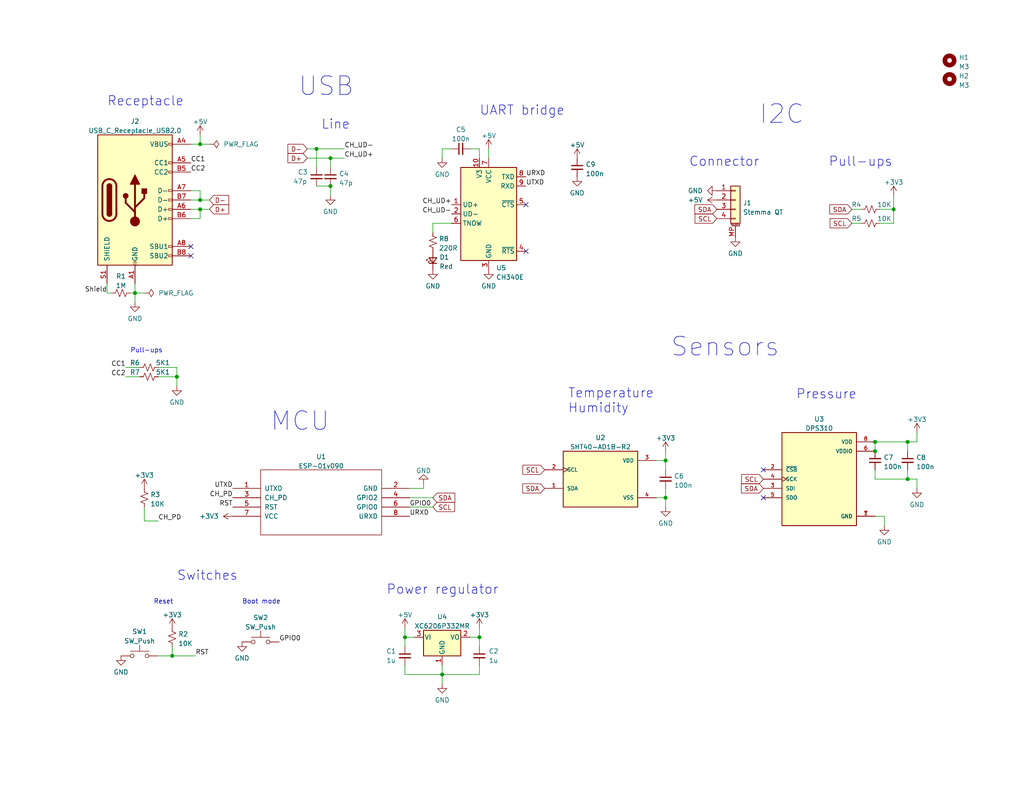
<source format=kicad_sch>
(kicad_sch (version 20211123) (generator eeschema)
  (paper "USLetter")
  (title_block (title "Environmental sensor module") (date "2022-11-16") (rev "1") (company "Anna Kudriavtsev"))
  (lib_symbols
    (symbol "! DPS310:DPS310" (pin_names (offset 1.016))
      (property "Reference" "U" (at -10.16 13.97 0))
      (property "Value" "DPS310" (at -10.16 -13.97 0))
      (symbol "DPS310_0_0"
        (rectangle (start -10.16 -12.7) (end 10.16 12.7) (stroke (width 0.254)) (fill (type background)))
        (pin power_in line (at 15.24 -10.16 180) (length 5.08) (name "GND") (number "1"))
        (pin input line (at -15.24 2.54 0) (length 5.08) (name "~{CSB}") (number "2"))
        (pin bidirectional line (at -15.24 -2.54 0) (length 5.08) (name "SDI") (number "3"))
        (pin input clock (at -15.24 0 0) (length 5.08) (name "SCK") (number "4"))
        (pin output line (at -15.24 -5.08 0) (length 5.08) (name "SDO") (number "5"))
        (pin power_in line (at 15.24 7.62 180) (length 5.08) (name "VDDIO") (number "6"))
        (pin power_in line (at 15.24 -10.16 180) (length 5.08) (name "GND") (number "7"))
        (pin power_in line (at 15.24 10.16 180) (length 5.08) (name "VDD") (number "8"))
      )
    )
    (symbol "! ESP8266:ESP-01v090" (pin_names (offset 1.016))
      (property "Reference" "U" (at 0 -2.54 0))
      (property "Value" "ESP-01v090" (at 0 2.54 0))
      (symbol "ESP-01v090_1_0"
        (rectangle (start -16.51 -8.89) (end 16.51 8.89))
      )
      (symbol "ESP-01v090_1_1"
        (pin output line (at -24.13 3.81 0) (length 7.62) (name "UTXD") (number "1"))
        (pin power_in line (at 24.13 3.81 180) (length 7.62) (name "GND") (number "2"))
        (pin input line (at -24.13 1.27 0) (length 7.62) (name "CH_PD") (number "3"))
        (pin tri_state line (at 24.13 1.27 180) (length 7.62) (name "GPIO2") (number "4"))
        (pin input line (at -24.13 -1.27 0) (length 7.62) (name "RST") (number "5"))
        (pin tri_state line (at 24.13 -1.27 180) (length 7.62) (name "GPIO0") (number "6"))
        (pin power_in line (at -24.13 -3.81 0) (length 7.62) (name "VCC") (number "7"))
        (pin input line (at 24.13 -3.81 180) (length 7.62) (name "URXD") (number "8"))
      )
    )
    (symbol "! SHT40-AD1B-R2:SHT40-AD1B-R2" (pin_names (offset 1.016))
      (property "Reference" "U" (at -10.16 8.89 0))
      (property "Value" "SHT40-AD1B-R2" (at -10.16 -10.16 0))
      (symbol "SHT40-AD1B-R2_0_0"
        (rectangle (start -10.16 -7.62) (end 10.16 7.62) (stroke (width 0.254)) (fill (type background)))
        (pin bidirectional line (at -15.24 -2.54 0) (length 5.08) (name "SDA") (number "1"))
        (pin input clock (at -15.24 2.54 0) (length 5.08) (name "SCL") (number "2"))
        (pin power_in line (at 15.24 5.08 180) (length 5.08) (name "VDD") (number "3"))
        (pin power_in line (at 15.24 -5.08 180) (length 5.08) (name "VSS") (number "4"))
      )
    )
    (symbol "Connector:USB_C_Receptacle_USB2.0" (pin_names (offset 1.016))
      (property "Reference" "J" (at -10.16 19.05 0))
      (property "Value" "USB_C_Receptacle_USB2.0" (at 19.05 19.05 0))
      (symbol "USB_C_Receptacle_USB2.0_0_0"
        (rectangle (start -0.254 -17.78) (end 0.254 -16.764))
        (rectangle (start 10.16 -14.986) (end 9.144 -15.494))
        (rectangle (start 10.16 -12.446) (end 9.144 -12.954))
        (rectangle (start 10.16 -4.826) (end 9.144 -5.334))
        (rectangle (start 10.16 -2.286) (end 9.144 -2.794))
        (rectangle (start 10.16 0.254) (end 9.144 -0.254))
        (rectangle (start 10.16 2.794) (end 9.144 2.286))
        (rectangle (start 10.16 7.874) (end 9.144 7.366))
        (rectangle (start 10.16 10.414) (end 9.144 9.906))
        (rectangle (start 10.16 15.494) (end 9.144 14.986))
      )
      (symbol "USB_C_Receptacle_USB2.0_0_1"
        (rectangle (start -10.16 17.78) (end 10.16 -17.78) (stroke (width 0.254)) (fill (type background)))
        (arc (start -8.89 -3.81) (mid -6.985 -5.715) (end -5.08 -3.81) (stroke (width 0.508)))
        (arc (start -7.62 -3.81) (mid -6.985 -4.445) (end -6.35 -3.81) (stroke (width 0.254)))
        (arc (start -7.62 -3.81) (mid -6.985 -4.445) (end -6.35 -3.81) (stroke (width 0.254)) (fill (type outline)))
        (rectangle (start -7.62 -3.81) (end -6.35 3.81) (stroke (width 0.254)) (fill (type outline)))
        (arc (start -6.35 3.81) (mid -6.985 4.445) (end -7.62 3.81) (stroke (width 0.254)))
        (arc (start -6.35 3.81) (mid -6.985 4.445) (end -7.62 3.81) (stroke (width 0.254)) (fill (type outline)))
        (arc (start -5.08 3.81) (mid -6.985 5.715) (end -8.89 3.81) (stroke (width 0.508)))
        (circle (center -2.54 1.143) (radius 0.635) (stroke (width 0.254)) (fill (type outline)))
        (circle (center 0 -5.842) (radius 1.27) (fill (type outline)))
        (polyline (pts (xy -8.89 -3.81) (xy -8.89 3.81)) (stroke (width 0.508)))
        (polyline (pts (xy -5.08 3.81) (xy -5.08 -3.81)) (stroke (width 0.508)))
        (polyline (pts (xy 0 -5.842) (xy 0 4.318)) (stroke (width 0.508)))
        (polyline (pts (xy 0 -3.302) (xy -2.54 -0.762) (xy -2.54 0.508)) (stroke (width 0.508)))
        (polyline (pts (xy 0 -2.032) (xy 2.54 0.508) (xy 2.54 1.778)) (stroke (width 0.508)))
        (polyline (pts (xy -1.27 4.318) (xy 0 6.858) (xy 1.27 4.318) (xy -1.27 4.318)) (stroke (width 0.254)) (fill (type outline)))
        (rectangle (start 1.905 1.778) (end 3.175 3.048) (stroke (width 0.254)) (fill (type outline)))
      )
      (symbol "USB_C_Receptacle_USB2.0_1_1"
        (pin passive line (at 0 -22.86 90) (length 5.08) (name "GND") (number "A1"))
        (pin passive line (at 0 -22.86 90) (length 5.08) hide (name "GND") (number "A12"))
        (pin passive line (at 15.24 15.24 180) (length 5.08) (name "VBUS") (number "A4"))
        (pin bidirectional line (at 15.24 10.16 180) (length 5.08) (name "CC1") (number "A5"))
        (pin bidirectional line (at 15.24 -2.54 180) (length 5.08) (name "D+") (number "A6"))
        (pin bidirectional line (at 15.24 2.54 180) (length 5.08) (name "D-") (number "A7"))
        (pin bidirectional line (at 15.24 -12.7 180) (length 5.08) (name "SBU1") (number "A8"))
        (pin passive line (at 15.24 15.24 180) (length 5.08) hide (name "VBUS") (number "A9"))
        (pin passive line (at 0 -22.86 90) (length 5.08) hide (name "GND") (number "B1"))
        (pin passive line (at 0 -22.86 90) (length 5.08) hide (name "GND") (number "B12"))
        (pin passive line (at 15.24 15.24 180) (length 5.08) hide (name "VBUS") (number "B4"))
        (pin bidirectional line (at 15.24 7.62 180) (length 5.08) (name "CC2") (number "B5"))
        (pin bidirectional line (at 15.24 -5.08 180) (length 5.08) (name "D+") (number "B6"))
        (pin bidirectional line (at 15.24 0 180) (length 5.08) (name "D-") (number "B7"))
        (pin bidirectional line (at 15.24 -15.24 180) (length 5.08) (name "SBU2") (number "B8"))
        (pin passive line (at 15.24 15.24 180) (length 5.08) hide (name "VBUS") (number "B9"))
        (pin passive line (at -7.62 -22.86 90) (length 5.08) (name "SHIELD") (number "S1"))
      )
    )
    (symbol "Connector_Generic_MountingPin:Conn_01x04_MountingPin" (pin_names (offset 1.016) hide)
      (property "Reference" "J" (at 0 5.08 0))
      (property "Value" "Conn_01x04_MountingPin" (at 1.27 -7.62 0))
      (symbol "Conn_01x04_MountingPin_1_1"
        (rectangle (start -1.27 -4.953) (end 0 -5.207) (stroke (width 0.1524)))
        (rectangle (start -1.27 -2.413) (end 0 -2.667) (stroke (width 0.1524)))
        (rectangle (start -1.27 0.127) (end 0 -0.127) (stroke (width 0.1524)))
        (rectangle (start -1.27 2.667) (end 0 2.413) (stroke (width 0.1524)))
        (rectangle (start -1.27 3.81) (end 1.27 -6.35) (stroke (width 0.254)) (fill (type background)))
        (polyline (pts (xy -1.016 -7.112) (xy 1.016 -7.112)) (stroke (width 0.1524)))
        (text "Mounting" (at 0 -6.731 0) (effects (font (size 0.381 0.381))))
        (pin passive line (at -5.08 2.54 0) (length 3.81) (name "Pin_1") (number "1"))
        (pin passive line (at -5.08 0 0) (length 3.81) (name "Pin_2") (number "2"))
        (pin passive line (at -5.08 -2.54 0) (length 3.81) (name "Pin_3") (number "3"))
        (pin passive line (at -5.08 -5.08 0) (length 3.81) (name "Pin_4") (number "4"))
        (pin passive line (at 0 -10.16 90) (length 3.048) (name "MountPin") (number "MP"))
      )
    )
    (symbol "Device:C_Small" (pin_numbers hide) (pin_names (offset 0.254) hide)
      (property "Reference" "C" (at 0.254 1.778 0))
      (property "Value" "C_Small" (at 0.254 -2.032 0))
      (symbol "C_Small_0_1"
        (polyline (pts (xy -1.524 -0.508) (xy 1.524 -0.508)) (stroke (width 0.3302)))
        (polyline (pts (xy -1.524 0.508) (xy 1.524 0.508)) (stroke (width 0.3048)))
      )
      (symbol "C_Small_1_1"
        (pin passive line (at 0 2.54 270) (length 2.032) (name "~") (number "1"))
        (pin passive line (at 0 -2.54 90) (length 2.032) (name "~") (number "2"))
      )
    )
    (symbol "Device:LED_Small" (pin_numbers hide) (pin_names (offset 0.254) hide)
      (property "Reference" "D" (at -1.27 3.175 0))
      (property "Value" "LED_Small" (at -4.445 -2.54 0))
      (symbol "LED_Small_0_1"
        (polyline (pts (xy -0.762 -1.016) (xy -0.762 1.016)) (stroke (width 0.254)))
        (polyline (pts (xy 1.016 0) (xy -0.762 0)))
        (polyline (pts (xy 0.762 -1.016) (xy -0.762 0) (xy 0.762 1.016) (xy 0.762 -1.016)) (stroke (width 0.254)))
        (polyline (pts (xy 0 0.762) (xy -0.508 1.27) (xy -0.254 1.27) (xy -0.508 1.27) (xy -0.508 1.016)))
        (polyline (pts (xy 0.508 1.27) (xy 0 1.778) (xy 0.254 1.778) (xy 0 1.778) (xy 0 1.524)))
      )
      (symbol "LED_Small_1_1"
        (pin passive line (at -2.54 0 0) (length 1.778) (name "K") (number "1"))
        (pin passive line (at 2.54 0 180) (length 1.778) (name "A") (number "2"))
      )
    )
    (symbol "Device:R_Small_US" (pin_numbers hide) (pin_names (offset 0.254) hide)
      (property "Reference" "R" (at 0.762 0.508 0))
      (property "Value" "R_Small_US" (at 0.762 -1.016 0))
      (symbol "R_Small_US_1_1"
        (polyline (pts (xy 0 0) (xy 1.016 -0.381) (xy 0 -0.762) (xy -1.016 -1.143) (xy 0 -1.524)))
        (polyline (pts (xy 0 1.524) (xy 1.016 1.143) (xy 0 0.762) (xy -1.016 0.381) (xy 0 0)))
        (pin passive line (at 0 2.54 270) (length 1.016) (name "~") (number "1"))
        (pin passive line (at 0 -2.54 90) (length 1.016) (name "~") (number "2"))
      )
    )
    (symbol "Interface_USB:CH340E"
      (property "Reference" "U" (at -5.08 13.97 0))
      (property "Value" "CH340E" (at 1.27 13.97 0))
      (symbol "CH340E_0_1"
        (rectangle (start -7.62 12.7) (end 7.62 -12.7) (stroke (width 0.254)) (fill (type background)))
      )
      (symbol "CH340E_1_1"
        (pin bidirectional line (at -10.16 2.54 0) (length 2.54) (name "UD+") (number "1"))
        (pin passive line (at -2.54 15.24 270) (length 2.54) (name "V3") (number "10"))
        (pin bidirectional line (at -10.16 0 0) (length 2.54) (name "UD-") (number "2"))
        (pin power_in line (at 0 -15.24 90) (length 2.54) (name "GND") (number "3"))
        (pin output line (at 10.16 -10.16 180) (length 2.54) (name "~{RTS}") (number "4"))
        (pin input line (at 10.16 2.54 180) (length 2.54) (name "~{CTS}") (number "5"))
        (pin output line (at -10.16 -2.54 0) (length 2.54) (name "TNOW") (number "6"))
        (pin power_in line (at 0 15.24 270) (length 2.54) (name "VCC") (number "7"))
        (pin output line (at 10.16 10.16 180) (length 2.54) (name "TXD") (number "8"))
        (pin input line (at 10.16 7.62 180) (length 2.54) (name "RXD") (number "9"))
      )
    )
    (symbol "Mechanical:MountingHole" (pin_names (offset 1.016))
      (property "Reference" "H" (at 0 5.08 0))
      (property "Value" "MountingHole" (at 0 3.175 0))
      (symbol "MountingHole_0_1"
        (circle (center 0 0) (radius 1.27) (stroke (width 1.27)))
      )
    )
    (symbol "Regulator_Linear:XC6206PxxxMR" (pin_names (offset 0.254))
      (property "Reference" "U" (at -3.81 3.175 0))
      (property "Value" "XC6206PxxxMR" (at 0 3.175 0))
      (symbol "XC6206PxxxMR_0_1"
        (rectangle (start -5.08 1.905) (end 5.08 -5.08) (stroke (width 0.254)) (fill (type background)))
      )
      (symbol "XC6206PxxxMR_1_1"
        (pin power_in line (at 0 -7.62 90) (length 2.54) (name "GND") (number "1"))
        (pin power_out line (at 7.62 0 180) (length 2.54) (name "VO") (number "2"))
        (pin power_in line (at -7.62 0 0) (length 2.54) (name "VI") (number "3"))
      )
    )
    (symbol "Switch:SW_Push" (pin_numbers hide) (pin_names (offset 1.016) hide)
      (property "Reference" "SW" (at 1.27 2.54 0))
      (property "Value" "SW_Push" (at 0 -1.524 0))
      (symbol "SW_Push_0_1"
        (circle (center -2.032 0) (radius 0.508))
        (polyline (pts (xy 0 1.27) (xy 0 3.048)))
        (polyline (pts (xy 2.54 1.27) (xy -2.54 1.27)))
        (circle (center 2.032 0) (radius 0.508))
        (pin passive line (at -5.08 0 0) (length 2.54) (name "1") (number "1"))
        (pin passive line (at 5.08 0 180) (length 2.54) (name "2") (number "2"))
      )
    )
    (symbol "power:+3V3" (power) (pin_names (offset 0))
      (property "Value" "+3V3" (at 0 3.556 0))
      (symbol "+3V3_0_1"
        (polyline (pts (xy -0.762 1.27) (xy 0 2.54)))
        (polyline (pts (xy 0 0) (xy 0 2.54)))
        (polyline (pts (xy 0 2.54) (xy 0.762 1.27)))
      )
      (symbol "+3V3_1_1"
        (pin power_in line (at 0 0 90) (length 0) hide (name "+3V3") (number "1"))
      )
    )
    (symbol "power:+5V" (power) (pin_names (offset 0))
      (property "Value" "+5V" (at 0 3.556 0))
      (symbol "+5V_0_1"
        (polyline (pts (xy -0.762 1.27) (xy 0 2.54)))
        (polyline (pts (xy 0 0) (xy 0 2.54)))
        (polyline (pts (xy 0 2.54) (xy 0.762 1.27)))
      )
      (symbol "+5V_1_1"
        (pin power_in line (at 0 0 90) (length 0) hide (name "+5V") (number "1"))
      )
    )
    (symbol "power:GND" (power) (pin_names (offset 0))
      (property "Value" "GND" (at 0 -3.81 0))
      (symbol "GND_0_1"
        (polyline (pts (xy 0 0) (xy 0 -1.27) (xy 1.27 -1.27) (xy 0 -2.54) (xy -1.27 -1.27) (xy 0 -1.27)))
      )
      (symbol "GND_1_1"
        (pin power_in line (at 0 0 270) (length 0) hide (name "GND") (number "1"))
      )
    )
    (symbol "power:PWR_FLAG" (power) (pin_numbers hide) (pin_names (offset 0) hide)
      (property "Value" "PWR_FLAG" (at 0 3.81 0))
      (symbol "PWR_FLAG_0_0"
        (pin power_out line (at 0 0 90) (length 0) (name "pwr") (number "1"))
      )
      (symbol "PWR_FLAG_0_1"
        (polyline (pts (xy 0 0) (xy 0 1.27) (xy -1.016 1.905) (xy 0 2.54) (xy 1.016 1.905) (xy 0 1.27)))
      )
    )
  )
  (junction (at 247.65 130.81))
  (junction (at 238.76 120.65))
  (junction (at 120.65 184.15))
  (junction (at 247.65 120.65))
  (junction (at 54.61 57.15))
  (junction (at 181.61 135.89))
  (junction (at 90.17 43.18))
  (junction (at 86.36 40.64))
  (junction (at 238.76 123.19))
  (junction (at 54.61 54.61))
  (junction (at 54.61 39.37))
  (junction (at 36.83 80.01))
  (junction (at 48.26 102.87))
  (junction (at 90.17 50.8))
  (junction (at 181.61 125.73))
  (junction (at 110.49 173.99))
  (junction (at 243.84 57.15))
  (junction (at 130.81 173.99))
  (junction (at 46.99 179.07))
  (no_connect (at 52.07 67.31))
  (no_connect (at 143.51 55.88))
  (no_connect (at 208.28 128.27))
  (no_connect (at 143.51 68.58))
  (no_connect (at 208.28 135.89))
  (no_connect (at 52.07 69.85))
  (wire (pts (xy 54.61 54.61) (xy 57.15 54.61)))
  (wire (pts (xy 238.76 130.81) (xy 247.65 130.81)))
  (wire (pts (xy 120.65 40.64) (xy 123.19 40.64)))
  (wire (pts (xy 181.61 135.89) (xy 181.61 138.43)))
  (wire (pts (xy 130.81 40.64) (xy 130.81 43.18)))
  (wire (pts (xy 120.65 43.18) (xy 120.65 40.64)))
  (wire (pts (xy 118.11 135.89) (xy 111.76 135.89)))
  (wire (pts (xy 243.84 57.15) (xy 240.03 57.15)))
  (wire (pts (xy 115.57 133.35) (xy 115.57 132.08)))
  (wire (pts (xy 86.36 50.8) (xy 90.17 50.8)))
  (wire (pts (xy 34.29 102.87) (xy 38.1 102.87)))
  (wire (pts (xy 83.82 43.18) (xy 90.17 43.18)))
  (wire (pts (xy 83.82 40.64) (xy 86.36 40.64)))
  (wire (pts (xy 133.35 40.64) (xy 133.35 43.18)))
  (wire (pts (xy 86.36 40.64) (xy 86.36 45.72)))
  (wire (pts (xy 54.61 39.37) (xy 52.07 39.37)))
  (wire (pts (xy 54.61 52.07) (xy 54.61 54.61)))
  (wire (pts (xy 243.84 60.96) (xy 240.03 60.96)))
  (wire (pts (xy 130.81 181.61) (xy 130.81 184.15)))
  (wire (pts (xy 247.65 130.81) (xy 250.19 130.81)))
  (wire (pts (xy 238.76 120.65) (xy 247.65 120.65)))
  (wire (pts (xy 34.29 100.33) (xy 38.1 100.33)))
  (wire (pts (xy 130.81 173.99) (xy 130.81 176.53)))
  (wire (pts (xy 52.07 57.15) (xy 54.61 57.15)))
  (wire (pts (xy 110.49 173.99) (xy 113.03 173.99)))
  (wire (pts (xy 35.56 80.01) (xy 36.83 80.01)))
  (wire (pts (xy 90.17 50.8) (xy 90.17 53.34)))
  (wire (pts (xy 118.11 60.96) (xy 123.19 60.96)))
  (wire (pts (xy 53.34 179.07) (xy 46.99 179.07)))
  (wire (pts (xy 29.21 80.01) (xy 30.48 80.01)))
  (wire (pts (xy 120.65 181.61) (xy 120.65 184.15)))
  (wire (pts (xy 243.84 57.15) (xy 243.84 60.96)))
  (wire (pts (xy 29.21 77.47) (xy 29.21 80.01)))
  (wire (pts (xy 43.18 102.87) (xy 48.26 102.87)))
  (wire (pts (xy 130.81 184.15) (xy 120.65 184.15)))
  (wire (pts (xy 250.19 130.81) (xy 250.19 133.35)))
  (wire (pts (xy 181.61 135.89) (xy 181.61 133.35)))
  (wire (pts (xy 110.49 171.45) (xy 110.49 173.99)))
  (wire (pts (xy 243.84 53.34) (xy 243.84 57.15)))
  (wire (pts (xy 90.17 43.18) (xy 93.98 43.18)))
  (wire (pts (xy 54.61 39.37) (xy 57.15 39.37)))
  (wire (pts (xy 179.07 135.89) (xy 181.61 135.89)))
  (wire (pts (xy 86.36 40.64) (xy 93.98 40.64)))
  (wire (pts (xy 110.49 181.61) (xy 110.49 184.15)))
  (wire (pts (xy 48.26 102.87) (xy 48.26 105.41)))
  (wire (pts (xy 130.81 171.45) (xy 130.81 173.99)))
  (wire (pts (xy 250.19 118.11) (xy 250.19 120.65)))
  (wire (pts (xy 238.76 120.65) (xy 238.76 123.19)))
  (wire (pts (xy 54.61 57.15) (xy 57.15 57.15)))
  (wire (pts (xy 250.19 120.65) (xy 247.65 120.65)))
  (wire (pts (xy 52.07 54.61) (xy 54.61 54.61)))
  (wire (pts (xy 39.37 142.24) (xy 39.37 138.43)))
  (wire (pts (xy 118.11 138.43) (xy 111.76 138.43)))
  (wire (pts (xy 181.61 125.73) (xy 179.07 125.73)))
  (wire (pts (xy 36.83 80.01) (xy 36.83 82.55)))
  (wire (pts (xy 118.11 63.5) (xy 118.11 60.96)))
  (wire (pts (xy 181.61 125.73) (xy 181.61 128.27)))
  (wire (pts (xy 181.61 123.19) (xy 181.61 125.73)))
  (wire (pts (xy 90.17 43.18) (xy 90.17 45.72)))
  (wire (pts (xy 48.26 100.33) (xy 48.26 102.87)))
  (wire (pts (xy 247.65 120.65) (xy 247.65 123.19)))
  (wire (pts (xy 111.76 133.35) (xy 115.57 133.35)))
  (wire (pts (xy 43.18 142.24) (xy 39.37 142.24)))
  (wire (pts (xy 241.3 140.97) (xy 238.76 140.97)))
  (wire (pts (xy 52.07 52.07) (xy 54.61 52.07)))
  (wire (pts (xy 54.61 59.69) (xy 54.61 57.15)))
  (wire (pts (xy 238.76 128.27) (xy 238.76 130.81)))
  (wire (pts (xy 43.18 100.33) (xy 48.26 100.33)))
  (wire (pts (xy 54.61 36.83) (xy 54.61 39.37)))
  (wire (pts (xy 36.83 80.01) (xy 36.83 77.47)))
  (wire (pts (xy 232.41 57.15) (xy 234.95 57.15)))
  (wire (pts (xy 241.3 143.51) (xy 241.3 140.97)))
  (wire (pts (xy 247.65 130.81) (xy 247.65 128.27)))
  (wire (pts (xy 232.41 60.96) (xy 234.95 60.96)))
  (wire (pts (xy 46.99 179.07) (xy 46.99 176.53)))
  (wire (pts (xy 36.83 80.01) (xy 39.37 80.01)))
  (wire (pts (xy 120.65 184.15) (xy 120.65 186.69)))
  (wire (pts (xy 130.81 173.99) (xy 128.27 173.99)))
  (wire (pts (xy 110.49 173.99) (xy 110.49 176.53)))
  (wire (pts (xy 128.27 40.64) (xy 130.81 40.64)))
  (wire (pts (xy 110.49 184.15) (xy 120.65 184.15)))
  (wire (pts (xy 43.18 179.07) (xy 46.99 179.07)))
  (wire (pts (xy 52.07 59.69) (xy 54.61 59.69)))
  (text "Line" (at 87.63 35.56 0) (effects (font (size 2.54 2.54)) (justify left bottom)))
  (text "Sensors" (at 182.88 97.79 0) (effects (font (size 5.08 5.08)) (justify left bottom)))
  (text "Reset" (at 41.91 165.1 0) (effects (font (size 1.27 1.27)) (justify left bottom)))
  (text "UART bridge" (at 130.81 31.75 0) (effects (font (size 2.54 2.54)) (justify left bottom)))
  (text "Receptacle" (at 29.21 29.21 0) (effects (font (size 2.54 2.54)) (justify left bottom)))
  (text "Temperature\nHumidity" (at 154.94 113.03 0) (effects (font (size 2.54 2.54)) (justify left bottom)))
  (text "USB" (at 81.28 26.67 0) (effects (font (size 5.08 5.08)) (justify left bottom)))
  (text "Connector" (at 187.96 45.72 0) (effects (font (size 2.54 2.54)) (justify left bottom)))
  (text "Boot mode" (at 66.04 165.1 0) (effects (font (size 1.27 1.27)) (justify left bottom)))
  (text "Switches" (at 48.26 158.75 0) (effects (font (size 2.54 2.54)) (justify left bottom)))
  (text "Power regulator" (at 105.41 162.56 0) (effects (font (size 2.54 2.54)) (justify left bottom)))
  (text "Pull-ups" (at 35.56 96.52 0) (effects (font (size 1.27 1.27)) (justify left bottom)))
  (text "MCU" (at 73.66 118.11 0) (effects (font (size 5.08 5.08)) (justify left bottom)))
  (text "Pull-ups" (at 226.06 45.72 0) (effects (font (size 2.54 2.54)) (justify left bottom)))
  (text "Pressure" (at 217.17 109.22 0) (effects (font (size 2.54 2.54)) (justify left bottom)))
  (text "I2C" (at 207.01 34.29 0) (effects (font (size 5.08 5.08)) (justify left bottom)))
  (label "CH_UD+" (at 123.19 55.88 180))
  (label "CH_UD-" (at 123.19 58.42 180))
  (label "GPIO0" (at 76.2 175.26 0))
  (label "RST" (at 53.34 179.07 0))
  (label "UTXD" (at 143.51 50.8 0))
  (label "Shield" (at 29.21 80.01 180))
  (label "RST" (at 63.5 138.43 180))
  (label "CH_PD" (at 63.5 135.89 180))
  (label "CC2" (at 52.07 46.99 0))
  (label "CC1" (at 34.29 100.33 180))
  (label "CH_UD+" (at 93.98 43.18 0))
  (label "URXD" (at 111.76 140.97 0))
  (label "CH_UD-" (at 93.98 40.64 0))
  (label "UTXD" (at 63.5 133.35 180))
  (label "CC1" (at 52.07 44.45 0))
  (label "URXD" (at 143.51 48.26 0))
  (label "CC2" (at 34.29 102.87 180))
  (label "CH_PD" (at 43.18 142.24 0))
  (label "GPIO0" (at 111.76 138.43 0))
  (global_label "D-" (shape input) (at 57.15 54.61 0) (property "Intersheet References" "${INTERSHEET_REFS}" (effects hide)))
  (global_label "SCL" (shape input) (at 232.41 60.96 180) (property "Intersheet References" "${INTERSHEET_REFS}" (effects hide)))
  (global_label "D-" (shape input) (at 83.82 40.64 180) (property "Intersheet References" "${INTERSHEET_REFS}" (effects hide)))
  (global_label "D+" (shape input) (at 57.15 57.15 0) (property "Intersheet References" "${INTERSHEET_REFS}" (effects hide)))
  (global_label "SDA" (shape input) (at 148.59 133.35 180) (property "Intersheet References" "${INTERSHEET_REFS}" (effects hide)))
  (global_label "SDA" (shape input) (at 208.28 133.35 180) (property "Intersheet References" "${INTERSHEET_REFS}" (effects hide)))
  (global_label "SCL" (shape input) (at 148.59 128.27 180) (property "Intersheet References" "${INTERSHEET_REFS}" (effects hide)))
  (global_label "SCL" (shape input) (at 195.58 59.69 180) (property "Intersheet References" "${INTERSHEET_REFS}" (effects hide)))
  (global_label "SDA" (shape input) (at 118.11 135.89 0) (property "Intersheet References" "${INTERSHEET_REFS}" (effects hide)))
  (global_label "SCL" (shape input) (at 208.28 130.81 180) (property "Intersheet References" "${INTERSHEET_REFS}" (effects hide)))
  (global_label "D+" (shape input) (at 83.82 43.18 180) (property "Intersheet References" "${INTERSHEET_REFS}" (effects hide)))
  (global_label "SCL" (shape input) (at 118.11 138.43 0) (property "Intersheet References" "${INTERSHEET_REFS}" (effects hide)))
  (global_label "SDA" (shape input) (at 232.41 57.15 180) (property "Intersheet References" "${INTERSHEET_REFS}" (effects hide)))
  (global_label "SDA" (shape input) (at 195.58 57.15 180) (property "Intersheet References" "${INTERSHEET_REFS}" (effects hide)))
  (symbol (lib_id "Device:C_Small") (at 130.81 179.07 0) (unit 1)
    (property "Reference" "C2" (at 133.35 177.8 0) (effects (justify left)))
    (property "Value" "1u" (at 133.35 180.34 0) (effects (justify left)))
    (property "Footprint" "Capacitor_SMD:C_0402_1005Metric" (effects hide))
    (property "LCSC" "C52923" (effects hide))
  )
  (symbol (lib_id "Connector:USB_C_Receptacle_USB2.0") (at 36.83 54.61 0) (unit 1)
    (property "Reference" "J2" (at 36.83 33.1302 0))
    (property "Value" "USB_C_Receptacle_USB2.0" (at 36.83 35.6671 0))
    (property "Footprint" "Connector_USB:USB_C_Receptacle_HRO_TYPE-C-31-M-12" (effects hide))
    (property "Datasheet" "https://www.usb.org/sites/default/files/documents/usb_type-c.zip" (effects hide))
    (property "LCSC" "C165948" (effects hide))
  )
  (symbol (lib_id "power:GND") (at 118.11 73.66 0) (unit 1)
    (property "Reference" "#PWR016" (effects hide))
    (property "Value" "GND" (at 118.11 78.1034 0))
  )
  (symbol (lib_id "Device:R_Small_US") (at 40.64 102.87 270) (unit 1)
    (property "Reference" "R7" (at 36.83 101.6 90))
    (property "Value" "5K1" (at 44.45 101.6 90))
    (property "Footprint" "Resistor_SMD:R_0402_1005Metric" (effects hide))
    (property "LCSC" "C25905" (effects hide))
  )
  (symbol (lib_id "power:+5V") (at 110.49 171.45 0) (unit 1)
    (property "Reference" "#PWR07" (effects hide))
    (property "Value" "+5V" (at 110.49 167.8742 0))
  )
  (symbol (lib_id "power:+3V3") (at 243.84 53.34 0) (unit 1)
    (property "Reference" "#PWR010" (effects hide))
    (property "Value" "+3V3" (at 243.84 49.7642 0))
  )
  (symbol (lib_id "power:GND") (at 133.35 73.66 0) (unit 1)
    (property "Reference" "#PWR0103" (effects hide))
    (property "Value" "GND" (at 133.35 78.1034 0))
  )
  (symbol (lib_id "! DPS310:DPS310") (at 223.52 130.81 0) (unit 1)
    (property "Reference" "U3" (at 223.52 114.4102 0))
    (property "Value" "DPS310" (at 223.52 116.9471 0))
    (property "Footprint" "! DPS310:XDCR_DPS310" (effects hide))
    (property "DESCRIPTION" "Supply voltage range 1.7V to 3.6V | Operation range 300hPa 1200hPa | Sensors precision 0.005hPa | Relative accuracy 0.06hPa | Pressure temperature sensitivity of 0.5Pa/K | Temperature accuracy 0.5C" (effects hide))
    (property "MF" "Infineon" (effects hide))
    (property "AVAILABILITY" "Unavailable" (effects hide))
    (property "MP" "DPS310XTSA1" (effects hide))
    (property "PACKAGE" "LGA-8 Infineon" (effects hide))
    (property "PRICE" "None" (effects hide))
    (property "LCSC" "C130156" (effects hide))
  )
  (symbol (lib_id "power:GND") (at 181.61 138.43 0) (unit 1)
    (property "Reference" "#PWR021" (effects hide))
    (property "Value" "GND" (at 181.61 142.8734 0))
  )
  (symbol (lib_id "Device:R_Small_US") (at 39.37 135.89 0) (unit 1)
    (property "Reference" "R3" (at 41.021 135.0553 0) (effects (justify left)))
    (property "Value" "10K" (at 41.021 137.5922 0) (effects (justify left)))
    (property "Footprint" "Resistor_SMD:R_0402_1005Metric" (effects hide))
    (property "LCSC" "C25744" (effects hide))
  )
  (symbol (lib_id "Device:C_Small") (at 157.48 45.72 0) (unit 1)
    (property "Reference" "C9" (at 159.8041 44.8916 0) (effects (justify left)))
    (property "Value" "100n" (at 159.8041 47.4285 0) (effects (justify left)))
    (property "Footprint" "Capacitor_SMD:C_0402_1005Metric" (effects hide))
    (property "LCSC" "C1525" (effects hide))
  )
  (symbol (lib_id "power:GND") (at 120.65 186.69 0) (unit 1)
    (property "Reference" "#PWR08" (effects hide))
    (property "Value" "GND" (at 120.65 191.1334 0))
  )
  (symbol (lib_id "power:GND") (at 90.17 53.34 0) (unit 1)
    (property "Reference" "#PWR015" (effects hide))
    (property "Value" "GND" (at 90.17 57.7834 0))
  )
  (symbol (lib_id "Device:C_Small") (at 247.65 125.73 0) (unit 1)
    (property "Reference" "C8" (at 249.9741 124.9016 0) (effects (justify left)))
    (property "Value" "100n" (at 249.9741 127.4385 0) (effects (justify left)))
    (property "Footprint" "Capacitor_SMD:C_0402_1005Metric" (effects hide))
    (property "LCSC" "C1525" (effects hide))
  )
  (symbol (lib_id "power:GND") (at 48.26 105.41 0) (unit 1)
    (property "Reference" "#PWR014" (effects hide))
    (property "Value" "GND" (at 48.26 109.8534 0))
  )
  (symbol (lib_id "power:+3V3") (at 39.37 133.35 0) (unit 1)
    (property "Reference" "#PWR03" (effects hide))
    (property "Value" "+3V3" (at 39.37 129.7742 0))
  )
  (symbol (lib_id "! ESP8266:ESP-01v090") (at 87.63 137.16 0) (unit 1)
    (property "Reference" "U1" (at 87.63 124.6972 0))
    (property "Value" "ESP-01v090" (at 87.63 127.2341 0))
    (property "Footprint" "! ESP8266:ESP-01" (effects hide))
    (property "Datasheet" "http://l0l.org.uk/2014/12/esp8266-modules-hardware-guide-gotta-catch-em-all/" (effects hide))
    (property "LCSC" "C503582" (effects hide))
  )
  (symbol (lib_id "Mechanical:MountingHole") (at 259.08 21.59 0) (unit 1)
    (property "Reference" "H2" (at 261.62 20.7553 0) (effects (justify left)))
    (property "Value" "M3" (at 261.62 23.2922 0) (effects (justify left)))
    (property "Footprint" "MountingHole:MountingHole_3.2mm_M3" (effects hide))
  )
  (symbol (lib_id "Switch:SW_Push") (at 71.12 175.26 0) (unit 1)
    (property "Reference" "SW2" (at 71.12 168.6392 0))
    (property "Value" "SW_Push" (at 71.12 171.1761 0))
    (property "Footprint" "! TS-1187A-B-A-B:SW_Push_SPST_NO_Alps_SKRK" (effects hide))
    (property "LCSC" "C115357" (effects hide))
  )
  (symbol (lib_id "power:GND") (at 33.02 179.07 0) (unit 1)
    (property "Reference" "#PWR01" (effects hide))
    (property "Value" "GND" (at 33.02 183.5134 0))
  )
  (symbol (lib_id "power:+5V") (at 157.48 43.18 0) (unit 1)
    (property "Reference" "#PWR0106" (effects hide))
    (property "Value" "+5V" (at 157.48 39.6042 0))
  )
  (symbol (lib_id "power:+3V3") (at 250.19 118.11 0) (unit 1)
    (property "Reference" "#PWR023" (effects hide))
    (property "Value" "+3V3" (at 250.19 114.5342 0))
  )
  (symbol (lib_id "power:GND") (at 36.83 82.55 0) (unit 1)
    (property "Reference" "#PWR04" (effects hide))
    (property "Value" "GND" (at 36.83 86.9934 0))
  )
  (symbol (lib_id "Device:C_Small") (at 181.61 130.81 0) (unit 1)
    (property "Reference" "C6" (at 183.9341 129.9816 0) (effects (justify left)))
    (property "Value" "100n" (at 183.9341 132.5185 0) (effects (justify left)))
    (property "Footprint" "Capacitor_SMD:C_0402_1005Metric" (effects hide))
    (property "LCSC" "C1525" (effects hide))
  )
  (symbol (lib_id "Device:C_Small") (at 110.49 179.07 0) (unit 1)
    (property "Reference" "C1" (at 105.41 177.8 0) (effects (justify left)))
    (property "Value" "1u" (at 105.41 180.34 0) (effects (justify left)))
    (property "Footprint" "Capacitor_SMD:C_0402_1005Metric" (effects hide))
    (property "LCSC" "C52923" (effects hide))
  )
  (symbol (lib_id "Device:C_Small") (at 125.73 40.64 90) (unit 1)
    (property "Reference" "C5" (at 125.7363 35.3781 90))
    (property "Value" "100n" (at 125.7363 37.915 90))
    (property "Footprint" "Capacitor_SMD:C_0402_1005Metric" (effects hide))
    (property "LCSC" "C1525" (effects hide))
  )
  (symbol (lib_id "! SHT40-AD1B-R2:SHT40-AD1B-R2") (at 163.83 130.81 0) (unit 1)
    (property "Reference" "U2" (at 163.83 119.4902 0))
    (property "Value" "SHT40-AD1B-R2" (at 163.83 122.0271 0))
    (property "Footprint" "! SHT40-AD1B-R2:XDCR_SHT40-AD1B-R2" (effects hide))
    (property "Package" "None" (effects hide))
    (property "MP" "SHT40-AD1B-R2" (effects hide))
    (property "Description" "Digital Relative Humidity Temperature Sensor, ±1.0 %RH, ±0.1 °C, Ultra-Low-Power" (effects hide))
    (property "Purchase-URL" "https://pricing.snapeda.com/search/part/SHT40-AD1B-R2/?ref=eda" (effects hide))
    (property "MF" "Sensirion" (effects hide))
    (property "Price" "None" (effects hide))
    (property "Availability" "In Stock" (effects hide))
    (property "LCSC" "C2909890" (effects hide))
  )
  (symbol (lib_id "Device:R_Small_US") (at 40.64 100.33 90) (unit 1)
    (property "Reference" "R6" (at 36.83 99.06 90))
    (property "Value" "5K1" (at 44.45 99.06 90))
    (property "Footprint" "Resistor_SMD:R_0402_1005Metric" (effects hide))
    (property "LCSC" "C25905" (effects hide))
  )
  (symbol (lib_id "Device:C_Small") (at 90.17 48.26 0) (unit 1)
    (property "Reference" "C4" (at 92.4941 47.4316 0) (effects (justify left)))
    (property "Value" "47p" (at 92.4941 49.9685 0) (effects (justify left)))
    (property "Footprint" "Capacitor_SMD:C_0402_1005Metric" (effects hide))
    (property "LCSC" "C1567" (effects hide))
  )
  (symbol (lib_id "Connector_Generic_MountingPin:Conn_01x04_MountingPin") (at 200.66 54.61 0) (unit 1)
    (property "Reference" "J1" (at 202.692 55.4009 0) (effects (justify left)))
    (property "Value" "Stemma QT" (at 202.692 57.9378 0) (effects (justify left)))
    (property "Footprint" "Connector_JST:JST_SH_SM04B-SRSS-TB_1x04-1MP_P1.00mm_Horizontal" (effects hide))
    (property "LCSC" "C160404" (effects hide))
  )
  (symbol (lib_id "power:GND") (at 195.58 52.07 270) (unit 1)
    (property "Reference" "#PWR0102" (effects hide))
    (property "Value" "GND" (at 191.77 52.07 90) (effects (justify right)))
  )
  (symbol (lib_id "power:+3V3") (at 46.99 171.45 0) (unit 1)
    (property "Reference" "#PWR02" (effects hide))
    (property "Value" "+3V3" (at 46.99 167.8742 0))
  )
  (symbol (lib_id "Mechanical:MountingHole") (at 259.08 16.51 0) (unit 1)
    (property "Reference" "H1" (at 261.62 15.6753 0) (effects (justify left)))
    (property "Value" "M3" (at 261.62 18.2122 0) (effects (justify left)))
    (property "Footprint" "MountingHole:MountingHole_3.2mm_M3" (effects hide))
  )
  (symbol (lib_id "Device:C_Small") (at 238.76 125.73 180) (unit 1)
    (property "Reference" "C7" (at 241.0841 124.8889 0) (effects (justify right)))
    (property "Value" "100n" (at 241.0841 127.4258 0) (effects (justify right)))
    (property "Footprint" "Capacitor_SMD:C_0402_1005Metric" (effects hide))
    (property "LCSC" "C1525" (effects hide))
  )
  (symbol (lib_id "Device:C_Small") (at 86.36 48.26 0) (unit 1)
    (property "Reference" "C3" (at 81.28 46.99 0) (effects (justify left)))
    (property "Value" "47p" (at 80.01 49.53 0) (effects (justify left)))
    (property "Footprint" "Capacitor_SMD:C_0402_1005Metric" (effects hide))
    (property "LCSC" "C1567" (effects hide))
  )
  (symbol (lib_id "power:GND") (at 241.3 143.51 0) (unit 1)
    (property "Reference" "#PWR022" (effects hide))
    (property "Value" "GND" (at 241.3 147.9534 0))
  )
  (symbol (lib_id "power:+5V") (at 54.61 36.83 0) (unit 1)
    (property "Reference" "#PWR012" (effects hide))
    (property "Value" "+5V" (at 54.61 33.2542 0))
  )
  (symbol (lib_id "Device:R_Small_US") (at 33.02 80.01 270) (unit 1)
    (property "Reference" "R1" (at 33.02 75.4212 90))
    (property "Value" "1M" (at 33.02 77.9581 90))
    (property "Footprint" "Resistor_SMD:R_0402_1005Metric" (effects hide))
    (property "LCSC" "C26083" (effects hide))
  )
  (symbol (lib_id "power:GND") (at 200.66 64.77 0) (unit 1)
    (property "Reference" "#PWR025" (effects hide))
    (property "Value" "GND" (at 200.66 69.2134 0))
  )
  (symbol (lib_id "Switch:SW_Push") (at 38.1 179.07 0) (unit 1)
    (property "Reference" "SW1" (at 38.1 172.4492 0))
    (property "Value" "SW_Push" (at 38.1 174.9861 0))
    (property "Footprint" "! TS-1187A-B-A-B:SW_Push_SPST_NO_Alps_SKRK" (effects hide))
    (property "LCSC" "C115357" (effects hide))
  )
  (symbol (lib_id "power:GND") (at 66.04 175.26 0) (unit 1)
    (property "Reference" "#PWR013" (effects hide))
    (property "Value" "GND" (at 66.04 179.7034 0))
  )
  (symbol (lib_id "power:+3V3") (at 181.61 123.19 0) (unit 1)
    (property "Reference" "#PWR020" (effects hide))
    (property "Value" "+3V3" (at 181.61 119.6142 0))
  )
  (symbol (lib_id "power:GND") (at 115.57 132.08 180) (unit 1)
    (property "Reference" "#PWR011" (effects hide))
    (property "Value" "GND" (at 115.57 128.5042 0))
  )
  (symbol (lib_id "power:+5V") (at 195.58 54.61 90) (unit 1)
    (property "Reference" "#PWR06" (effects hide))
    (property "Value" "+5V" (at 191.77 54.61 90) (effects (justify left)))
  )
  (symbol (lib_id "power:+3V3") (at 63.5 140.97 90) (unit 1)
    (property "Reference" "#PWR05" (effects hide))
    (property "Value" "+3V3" (at 59.69 140.97 90) (effects (justify left)))
  )
  (symbol (lib_id "Regulator_Linear:XC6206PxxxMR") (at 120.65 173.99 0) (unit 1)
    (property "Reference" "U4" (at 120.65 168.3852 0))
    (property "Value" "XC6206P332MR" (at 120.65 170.9221 0))
    (property "Footprint" "Package_TO_SOT_SMD:SOT-23" (effects hide))
    (property "Datasheet" "https://www.torexsemi.com/file/xc6206/XC6206.pdf" (effects hide))
    (property "LCSC" "C5446" (effects hide))
  )
  (symbol (lib_id "Device:R_Small_US") (at 237.49 60.96 90) (unit 1)
    (property "Reference" "R5" (at 233.68 59.69 90))
    (property "Value" "10K" (at 241.3 59.69 90))
    (property "Footprint" "Resistor_SMD:R_0402_1005Metric" (effects hide))
    (property "LCSC" "C25744" (effects hide))
  )
  (symbol (lib_id "power:PWR_FLAG") (at 39.37 80.01 270) (unit 1)
    (property "Reference" "#FLG01" (effects hide))
    (property "Value" "PWR_FLAG" (at 43.18 80.01 90) (effects (justify left)))
  )
  (symbol (lib_id "power:PWR_FLAG") (at 57.15 39.37 270) (unit 1)
    (property "Reference" "#FLG02" (effects hide))
    (property "Value" "PWR_FLAG" (at 60.96 39.37 90) (effects (justify left)))
  )
  (symbol (lib_id "Device:LED_Small") (at 118.11 71.12 90) (unit 1)
    (property "Reference" "D1" (at 119.888 70.2218 90) (effects (justify right)))
    (property "Value" "Red" (at 119.888 72.7587 90) (effects (justify right)))
    (property "Footprint" "LED_SMD:LED_0603_1608Metric" (effects hide))
    (property "LCSC" "C2286" (effects hide))
  )
  (symbol (lib_id "Device:R_Small_US") (at 46.99 173.99 0) (unit 1)
    (property "Reference" "R2" (at 48.641 173.1553 0) (effects (justify left)))
    (property "Value" "10K" (at 48.641 175.6922 0) (effects (justify left)))
    (property "Footprint" "Resistor_SMD:R_0402_1005Metric" (effects hide))
    (property "LCSC" "C25744" (effects hide))
  )
  (symbol (lib_id "power:+3V3") (at 130.81 171.45 0) (unit 1)
    (property "Reference" "#PWR09" (effects hide))
    (property "Value" "+3V3" (at 130.81 167.8742 0))
  )
  (symbol (lib_id "Interface_USB:CH340E") (at 133.35 58.42 0) (unit 1)
    (property "Reference" "U5" (at 135.3694 73.1504 0) (effects (justify left)))
    (property "Value" "CH340E" (at 135.3694 75.6873 0) (effects (justify left)))
    (property "Footprint" "Package_SO:MSOP-10_3x3mm_P0.5mm" (effects hide))
    (property "Datasheet" "https://www.mpja.com/download/35227cpdata.pdf" (effects hide))
    (property "LCSC" "C99652" (effects hide))
  )
  (symbol (lib_id "power:+5V") (at 133.35 40.64 0) (unit 1)
    (property "Reference" "#PWR0104" (effects hide))
    (property "Value" "+5V" (at 133.35 37.0642 0))
  )
  (symbol (lib_id "Device:R_Small_US") (at 118.11 66.04 0) (unit 1)
    (property "Reference" "R8" (at 119.761 65.2053 0) (effects (justify left)))
    (property "Value" "220R" (at 119.761 67.7422 0) (effects (justify left)))
    (property "Footprint" "Resistor_SMD:R_0402_1005Metric" (effects hide))
    (property "LCSC" "C25091" (effects hide))
  )
  (symbol (lib_id "power:GND") (at 120.65 43.18 0) (unit 1)
    (property "Reference" "#PWR0101" (effects hide))
    (property "Value" "GND" (at 120.65 47.6234 0))
  )
  (symbol (lib_id "power:GND") (at 157.48 48.26 0) (unit 1)
    (property "Reference" "#PWR0105" (effects hide))
    (property "Value" "GND" (at 157.48 52.7034 0))
  )
  (symbol (lib_id "Device:R_Small_US") (at 237.49 57.15 90) (unit 1)
    (property "Reference" "R4" (at 233.68 55.88 90))
    (property "Value" "10K" (at 241.3 55.88 90))
    (property "Footprint" "Resistor_SMD:R_0402_1005Metric" (effects hide))
    (property "LCSC" "C25744" (effects hide))
  )
  (symbol (lib_id "power:GND") (at 250.19 133.35 0) (unit 1)
    (property "Reference" "#PWR024" (effects hide))
    (property "Value" "GND" (at 250.19 137.7934 0))
  )
)
</source>
